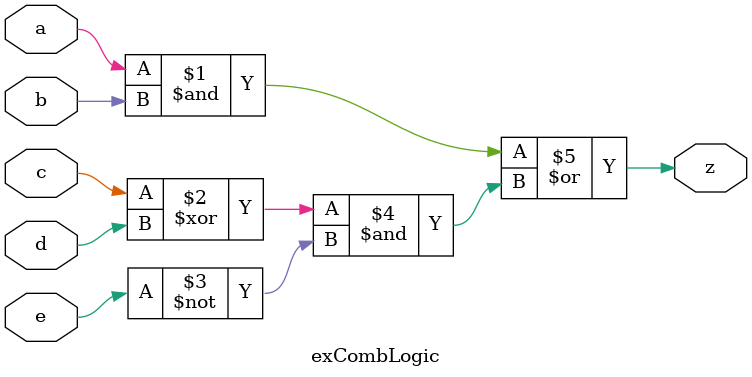
<source format=v>
module exCombLogic (
    input       a, b, c, d, e,
    output      z
);
    assign z = ((a & b) | (c ^ d) & ~e);
    
endmodule
/*

a   ┬ and           ┐
b   ┘               ├ or -  z
c   ┬ xor   ┬ and   ┘
d   ┘       │
e          ○┘

*/
</source>
